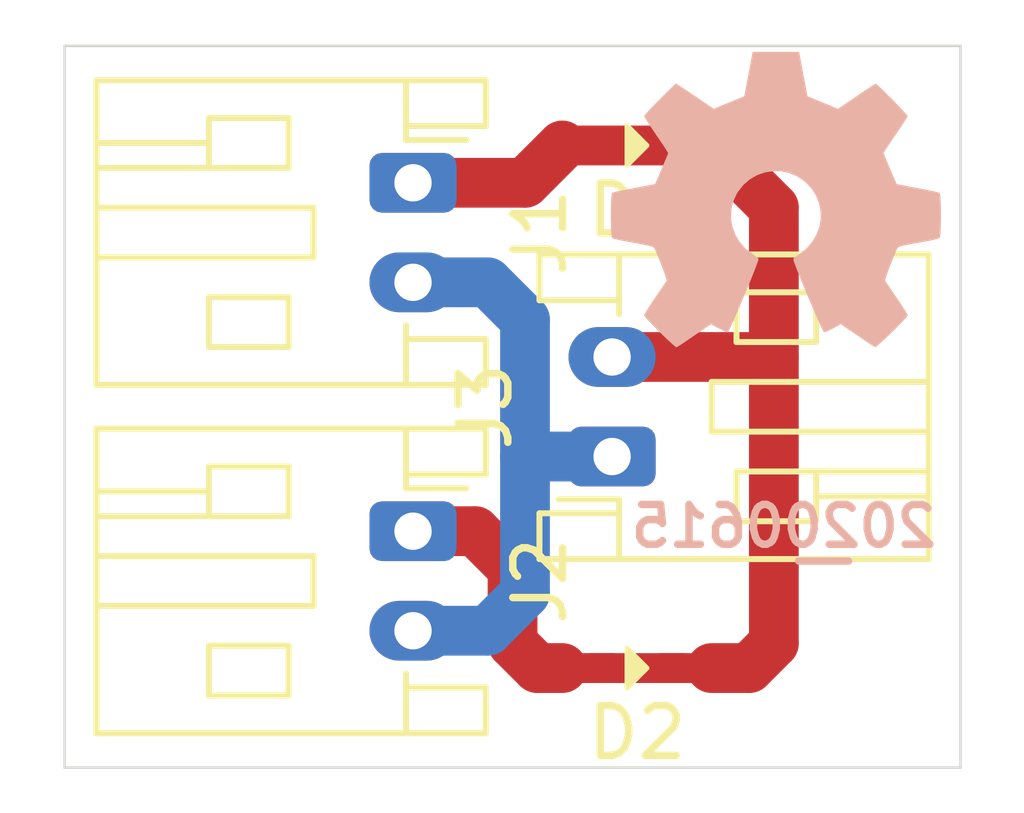
<source format=kicad_pcb>
(kicad_pcb (version 20171130) (host pcbnew 5.1.6-c6e7f7d~86~ubuntu19.10.1)

  (general
    (thickness 1.6)
    (drawings 4)
    (tracks 21)
    (zones 0)
    (modules 7)
    (nets 3)
  )

  (page A4)
  (layers
    (0 F.Cu signal)
    (31 B.Cu signal)
    (32 B.Adhes user)
    (33 F.Adhes user)
    (34 B.Paste user)
    (35 F.Paste user)
    (36 B.SilkS user)
    (37 F.SilkS user)
    (38 B.Mask user)
    (39 F.Mask user)
    (40 Dwgs.User user)
    (41 Cmts.User user)
    (42 Eco1.User user)
    (43 Eco2.User user)
    (44 Edge.Cuts user)
    (45 Margin user)
    (46 B.CrtYd user)
    (47 F.CrtYd user)
    (48 B.Fab user)
    (49 F.Fab user)
  )

  (setup
    (last_trace_width 0.8)
    (user_trace_width 0.2)
    (user_trace_width 0.3)
    (user_trace_width 0.4)
    (user_trace_width 0.6)
    (user_trace_width 0.8)
    (user_trace_width 1)
    (user_trace_width 1.2)
    (user_trace_width 1.4)
    (user_trace_width 1.6)
    (user_trace_width 2)
    (trace_clearance 0.2)
    (zone_clearance 0.508)
    (zone_45_only no)
    (trace_min 0.1524)
    (via_size 0.8)
    (via_drill 0.4)
    (via_min_size 0.381)
    (via_min_drill 0.254)
    (user_via 0.4 0.254)
    (user_via 0.5 0.3)
    (user_via 0.6 0.4)
    (user_via 0.8 0.6)
    (user_via 1.1 0.8)
    (user_via 1.3 1)
    (user_via 1.5 1.2)
    (user_via 1.7 1.4)
    (user_via 1.9 1.6)
    (user_via 2.5 2)
    (uvia_size 0.3)
    (uvia_drill 0.1)
    (uvias_allowed no)
    (uvia_min_size 0.2)
    (uvia_min_drill 0.1)
    (edge_width 0.05)
    (segment_width 0.2)
    (pcb_text_width 0.3)
    (pcb_text_size 1.5 1.5)
    (mod_edge_width 0.12)
    (mod_text_size 0.8 0.8)
    (mod_text_width 0.12)
    (pad_size 1.524 1.524)
    (pad_drill 0.762)
    (pad_to_mask_clearance 0.0762)
    (solder_mask_min_width 0.1016)
    (pad_to_paste_clearance_ratio -0.1)
    (aux_axis_origin 0 0)
    (visible_elements FFFFFF7F)
    (pcbplotparams
      (layerselection 0x010fc_ffffffff)
      (usegerberextensions false)
      (usegerberattributes true)
      (usegerberadvancedattributes true)
      (creategerberjobfile true)
      (excludeedgelayer true)
      (linewidth 0.100000)
      (plotframeref false)
      (viasonmask false)
      (mode 1)
      (useauxorigin false)
      (hpglpennumber 1)
      (hpglpenspeed 20)
      (hpglpendiameter 15.000000)
      (psnegative false)
      (psa4output false)
      (plotreference true)
      (plotvalue true)
      (plotinvisibletext false)
      (padsonsilk false)
      (subtractmaskfromsilk false)
      (outputformat 1)
      (mirror false)
      (drillshape 1)
      (scaleselection 1)
      (outputdirectory ""))
  )

  (net 0 "")
  (net 1 "Net-(D1-Pad1)")
  (net 2 "Net-(J1-Pad2)")

  (net_class Default "This is the default net class."
    (clearance 0.2)
    (trace_width 0.25)
    (via_dia 0.8)
    (via_drill 0.4)
    (uvia_dia 0.3)
    (uvia_drill 0.1)
    (add_net "Net-(D1-Pad1)")
    (add_net "Net-(J1-Pad2)")
  )

  (module Connector_JST:JST_PH_S2B-PH-K_1x02_P2.00mm_Horizontal (layer F.Cu) (tedit 5B7745C6) (tstamp 5EE2FC72)
    (at 139 71.5 90)
    (descr "JST PH series connector, S2B-PH-K (http://www.jst-mfg.com/product/pdf/eng/ePH.pdf), generated with kicad-footprint-generator")
    (tags "connector JST PH top entry")
    (path /5EE2A368)
    (fp_text reference J3 (at 1 -2.55 90) (layer F.SilkS)
      (effects (font (size 1 1) (thickness 0.15)))
    )
    (fp_text value Conn_01x02 (at 1 7.45 90) (layer F.Fab)
      (effects (font (size 1 1) (thickness 0.15)))
    )
    (fp_line (start 0.5 1.375) (end 0 0.875) (layer F.Fab) (width 0.1))
    (fp_line (start -0.5 1.375) (end 0.5 1.375) (layer F.Fab) (width 0.1))
    (fp_line (start 0 0.875) (end -0.5 1.375) (layer F.Fab) (width 0.1))
    (fp_line (start -0.86 0.14) (end -0.86 -1.075) (layer F.SilkS) (width 0.12))
    (fp_line (start 3.25 0.25) (end -1.25 0.25) (layer F.Fab) (width 0.1))
    (fp_line (start 3.25 -1.35) (end 3.25 0.25) (layer F.Fab) (width 0.1))
    (fp_line (start 3.95 -1.35) (end 3.25 -1.35) (layer F.Fab) (width 0.1))
    (fp_line (start 3.95 6.25) (end 3.95 -1.35) (layer F.Fab) (width 0.1))
    (fp_line (start -1.95 6.25) (end 3.95 6.25) (layer F.Fab) (width 0.1))
    (fp_line (start -1.95 -1.35) (end -1.95 6.25) (layer F.Fab) (width 0.1))
    (fp_line (start -1.25 -1.35) (end -1.95 -1.35) (layer F.Fab) (width 0.1))
    (fp_line (start -1.25 0.25) (end -1.25 -1.35) (layer F.Fab) (width 0.1))
    (fp_line (start 4.45 -1.85) (end -2.45 -1.85) (layer F.CrtYd) (width 0.05))
    (fp_line (start 4.45 6.75) (end 4.45 -1.85) (layer F.CrtYd) (width 0.05))
    (fp_line (start -2.45 6.75) (end 4.45 6.75) (layer F.CrtYd) (width 0.05))
    (fp_line (start -2.45 -1.85) (end -2.45 6.75) (layer F.CrtYd) (width 0.05))
    (fp_line (start -0.8 4.1) (end -0.8 6.36) (layer F.SilkS) (width 0.12))
    (fp_line (start -0.3 4.1) (end -0.3 6.36) (layer F.SilkS) (width 0.12))
    (fp_line (start 2.3 2.5) (end 3.3 2.5) (layer F.SilkS) (width 0.12))
    (fp_line (start 2.3 4.1) (end 2.3 2.5) (layer F.SilkS) (width 0.12))
    (fp_line (start 3.3 4.1) (end 2.3 4.1) (layer F.SilkS) (width 0.12))
    (fp_line (start 3.3 2.5) (end 3.3 4.1) (layer F.SilkS) (width 0.12))
    (fp_line (start -0.3 2.5) (end -1.3 2.5) (layer F.SilkS) (width 0.12))
    (fp_line (start -0.3 4.1) (end -0.3 2.5) (layer F.SilkS) (width 0.12))
    (fp_line (start -1.3 4.1) (end -0.3 4.1) (layer F.SilkS) (width 0.12))
    (fp_line (start -1.3 2.5) (end -1.3 4.1) (layer F.SilkS) (width 0.12))
    (fp_line (start 4.06 0.14) (end 3.14 0.14) (layer F.SilkS) (width 0.12))
    (fp_line (start -2.06 0.14) (end -1.14 0.14) (layer F.SilkS) (width 0.12))
    (fp_line (start 1.5 2) (end 1.5 6.36) (layer F.SilkS) (width 0.12))
    (fp_line (start 0.5 2) (end 1.5 2) (layer F.SilkS) (width 0.12))
    (fp_line (start 0.5 6.36) (end 0.5 2) (layer F.SilkS) (width 0.12))
    (fp_line (start 3.14 0.14) (end 2.86 0.14) (layer F.SilkS) (width 0.12))
    (fp_line (start 3.14 -1.46) (end 3.14 0.14) (layer F.SilkS) (width 0.12))
    (fp_line (start 4.06 -1.46) (end 3.14 -1.46) (layer F.SilkS) (width 0.12))
    (fp_line (start 4.06 6.36) (end 4.06 -1.46) (layer F.SilkS) (width 0.12))
    (fp_line (start -2.06 6.36) (end 4.06 6.36) (layer F.SilkS) (width 0.12))
    (fp_line (start -2.06 -1.46) (end -2.06 6.36) (layer F.SilkS) (width 0.12))
    (fp_line (start -1.14 -1.46) (end -2.06 -1.46) (layer F.SilkS) (width 0.12))
    (fp_line (start -1.14 0.14) (end -1.14 -1.46) (layer F.SilkS) (width 0.12))
    (fp_line (start -0.86 0.14) (end -1.14 0.14) (layer F.SilkS) (width 0.12))
    (fp_text user %R (at 1 2.5 90) (layer F.Fab)
      (effects (font (size 1 1) (thickness 0.15)))
    )
    (pad 2 thru_hole oval (at 2 0 90) (size 1.2 1.75) (drill 0.75) (layers *.Cu *.Mask)
      (net 1 "Net-(D1-Pad1)"))
    (pad 1 thru_hole roundrect (at 0 0 90) (size 1.2 1.75) (drill 0.75) (layers *.Cu *.Mask) (roundrect_rratio 0.208333)
      (net 2 "Net-(J1-Pad2)"))
    (model ${KISYS3DMOD}/Connector_JST.3dshapes/JST_PH_S2B-PH-K_1x02_P2.00mm_Horizontal.wrl
      (at (xyz 0 0 0))
      (scale (xyz 1 1 1))
      (rotate (xyz 0 0 0))
    )
  )

  (module Connector_JST:JST_PH_S2B-PH-K_1x02_P2.00mm_Horizontal (layer F.Cu) (tedit 5B7745C6) (tstamp 5EE2F666)
    (at 135 73 270)
    (descr "JST PH series connector, S2B-PH-K (http://www.jst-mfg.com/product/pdf/eng/ePH.pdf), generated with kicad-footprint-generator")
    (tags "connector JST PH top entry")
    (path /5EE29D5D)
    (fp_text reference J2 (at 1 -2.55 90) (layer F.SilkS)
      (effects (font (size 1 1) (thickness 0.15)))
    )
    (fp_text value Conn_01x02 (at 1 7.45 90) (layer F.Fab)
      (effects (font (size 1 1) (thickness 0.15)))
    )
    (fp_line (start 0.5 1.375) (end 0 0.875) (layer F.Fab) (width 0.1))
    (fp_line (start -0.5 1.375) (end 0.5 1.375) (layer F.Fab) (width 0.1))
    (fp_line (start 0 0.875) (end -0.5 1.375) (layer F.Fab) (width 0.1))
    (fp_line (start -0.86 0.14) (end -0.86 -1.075) (layer F.SilkS) (width 0.12))
    (fp_line (start 3.25 0.25) (end -1.25 0.25) (layer F.Fab) (width 0.1))
    (fp_line (start 3.25 -1.35) (end 3.25 0.25) (layer F.Fab) (width 0.1))
    (fp_line (start 3.95 -1.35) (end 3.25 -1.35) (layer F.Fab) (width 0.1))
    (fp_line (start 3.95 6.25) (end 3.95 -1.35) (layer F.Fab) (width 0.1))
    (fp_line (start -1.95 6.25) (end 3.95 6.25) (layer F.Fab) (width 0.1))
    (fp_line (start -1.95 -1.35) (end -1.95 6.25) (layer F.Fab) (width 0.1))
    (fp_line (start -1.25 -1.35) (end -1.95 -1.35) (layer F.Fab) (width 0.1))
    (fp_line (start -1.25 0.25) (end -1.25 -1.35) (layer F.Fab) (width 0.1))
    (fp_line (start 4.45 -1.85) (end -2.45 -1.85) (layer F.CrtYd) (width 0.05))
    (fp_line (start 4.45 6.75) (end 4.45 -1.85) (layer F.CrtYd) (width 0.05))
    (fp_line (start -2.45 6.75) (end 4.45 6.75) (layer F.CrtYd) (width 0.05))
    (fp_line (start -2.45 -1.85) (end -2.45 6.75) (layer F.CrtYd) (width 0.05))
    (fp_line (start -0.8 4.1) (end -0.8 6.36) (layer F.SilkS) (width 0.12))
    (fp_line (start -0.3 4.1) (end -0.3 6.36) (layer F.SilkS) (width 0.12))
    (fp_line (start 2.3 2.5) (end 3.3 2.5) (layer F.SilkS) (width 0.12))
    (fp_line (start 2.3 4.1) (end 2.3 2.5) (layer F.SilkS) (width 0.12))
    (fp_line (start 3.3 4.1) (end 2.3 4.1) (layer F.SilkS) (width 0.12))
    (fp_line (start 3.3 2.5) (end 3.3 4.1) (layer F.SilkS) (width 0.12))
    (fp_line (start -0.3 2.5) (end -1.3 2.5) (layer F.SilkS) (width 0.12))
    (fp_line (start -0.3 4.1) (end -0.3 2.5) (layer F.SilkS) (width 0.12))
    (fp_line (start -1.3 4.1) (end -0.3 4.1) (layer F.SilkS) (width 0.12))
    (fp_line (start -1.3 2.5) (end -1.3 4.1) (layer F.SilkS) (width 0.12))
    (fp_line (start 4.06 0.14) (end 3.14 0.14) (layer F.SilkS) (width 0.12))
    (fp_line (start -2.06 0.14) (end -1.14 0.14) (layer F.SilkS) (width 0.12))
    (fp_line (start 1.5 2) (end 1.5 6.36) (layer F.SilkS) (width 0.12))
    (fp_line (start 0.5 2) (end 1.5 2) (layer F.SilkS) (width 0.12))
    (fp_line (start 0.5 6.36) (end 0.5 2) (layer F.SilkS) (width 0.12))
    (fp_line (start 3.14 0.14) (end 2.86 0.14) (layer F.SilkS) (width 0.12))
    (fp_line (start 3.14 -1.46) (end 3.14 0.14) (layer F.SilkS) (width 0.12))
    (fp_line (start 4.06 -1.46) (end 3.14 -1.46) (layer F.SilkS) (width 0.12))
    (fp_line (start 4.06 6.36) (end 4.06 -1.46) (layer F.SilkS) (width 0.12))
    (fp_line (start -2.06 6.36) (end 4.06 6.36) (layer F.SilkS) (width 0.12))
    (fp_line (start -2.06 -1.46) (end -2.06 6.36) (layer F.SilkS) (width 0.12))
    (fp_line (start -1.14 -1.46) (end -2.06 -1.46) (layer F.SilkS) (width 0.12))
    (fp_line (start -1.14 0.14) (end -1.14 -1.46) (layer F.SilkS) (width 0.12))
    (fp_line (start -0.86 0.14) (end -1.14 0.14) (layer F.SilkS) (width 0.12))
    (fp_text user %R (at 1 2.5 90) (layer F.Fab)
      (effects (font (size 1 1) (thickness 0.15)))
    )
    (pad 2 thru_hole oval (at 2 0 270) (size 1.2 1.75) (drill 0.75) (layers *.Cu *.Mask)
      (net 2 "Net-(J1-Pad2)"))
    (pad 1 thru_hole roundrect (at 0 0 270) (size 1.2 1.75) (drill 0.75) (layers *.Cu *.Mask) (roundrect_rratio 0.208333)
      (net 1 "Net-(D1-Pad1)"))
    (model ${KISYS3DMOD}/Connector_JST.3dshapes/JST_PH_S2B-PH-K_1x02_P2.00mm_Horizontal.wrl
      (at (xyz 0 0 0))
      (scale (xyz 1 1 1))
      (rotate (xyz 0 0 0))
    )
  )

  (module Connector_JST:JST_PH_S2B-PH-K_1x02_P2.00mm_Horizontal (layer F.Cu) (tedit 5B7745C6) (tstamp 5EE2F7CB)
    (at 135 66 270)
    (descr "JST PH series connector, S2B-PH-K (http://www.jst-mfg.com/product/pdf/eng/ePH.pdf), generated with kicad-footprint-generator")
    (tags "connector JST PH top entry")
    (path /5EE2920F)
    (fp_text reference J1 (at 1 -2.55 90) (layer F.SilkS)
      (effects (font (size 1 1) (thickness 0.15)))
    )
    (fp_text value Conn_01x02 (at 1 7.45 90) (layer F.Fab)
      (effects (font (size 1 1) (thickness 0.15)))
    )
    (fp_line (start 0.5 1.375) (end 0 0.875) (layer F.Fab) (width 0.1))
    (fp_line (start -0.5 1.375) (end 0.5 1.375) (layer F.Fab) (width 0.1))
    (fp_line (start 0 0.875) (end -0.5 1.375) (layer F.Fab) (width 0.1))
    (fp_line (start -0.86 0.14) (end -0.86 -1.075) (layer F.SilkS) (width 0.12))
    (fp_line (start 3.25 0.25) (end -1.25 0.25) (layer F.Fab) (width 0.1))
    (fp_line (start 3.25 -1.35) (end 3.25 0.25) (layer F.Fab) (width 0.1))
    (fp_line (start 3.95 -1.35) (end 3.25 -1.35) (layer F.Fab) (width 0.1))
    (fp_line (start 3.95 6.25) (end 3.95 -1.35) (layer F.Fab) (width 0.1))
    (fp_line (start -1.95 6.25) (end 3.95 6.25) (layer F.Fab) (width 0.1))
    (fp_line (start -1.95 -1.35) (end -1.95 6.25) (layer F.Fab) (width 0.1))
    (fp_line (start -1.25 -1.35) (end -1.95 -1.35) (layer F.Fab) (width 0.1))
    (fp_line (start -1.25 0.25) (end -1.25 -1.35) (layer F.Fab) (width 0.1))
    (fp_line (start 4.45 -1.85) (end -2.45 -1.85) (layer F.CrtYd) (width 0.05))
    (fp_line (start 4.45 6.75) (end 4.45 -1.85) (layer F.CrtYd) (width 0.05))
    (fp_line (start -2.45 6.75) (end 4.45 6.75) (layer F.CrtYd) (width 0.05))
    (fp_line (start -2.45 -1.85) (end -2.45 6.75) (layer F.CrtYd) (width 0.05))
    (fp_line (start -0.8 4.1) (end -0.8 6.36) (layer F.SilkS) (width 0.12))
    (fp_line (start -0.3 4.1) (end -0.3 6.36) (layer F.SilkS) (width 0.12))
    (fp_line (start 2.3 2.5) (end 3.3 2.5) (layer F.SilkS) (width 0.12))
    (fp_line (start 2.3 4.1) (end 2.3 2.5) (layer F.SilkS) (width 0.12))
    (fp_line (start 3.3 4.1) (end 2.3 4.1) (layer F.SilkS) (width 0.12))
    (fp_line (start 3.3 2.5) (end 3.3 4.1) (layer F.SilkS) (width 0.12))
    (fp_line (start -0.3 2.5) (end -1.3 2.5) (layer F.SilkS) (width 0.12))
    (fp_line (start -0.3 4.1) (end -0.3 2.5) (layer F.SilkS) (width 0.12))
    (fp_line (start -1.3 4.1) (end -0.3 4.1) (layer F.SilkS) (width 0.12))
    (fp_line (start -1.3 2.5) (end -1.3 4.1) (layer F.SilkS) (width 0.12))
    (fp_line (start 4.06 0.14) (end 3.14 0.14) (layer F.SilkS) (width 0.12))
    (fp_line (start -2.06 0.14) (end -1.14 0.14) (layer F.SilkS) (width 0.12))
    (fp_line (start 1.5 2) (end 1.5 6.36) (layer F.SilkS) (width 0.12))
    (fp_line (start 0.5 2) (end 1.5 2) (layer F.SilkS) (width 0.12))
    (fp_line (start 0.5 6.36) (end 0.5 2) (layer F.SilkS) (width 0.12))
    (fp_line (start 3.14 0.14) (end 2.86 0.14) (layer F.SilkS) (width 0.12))
    (fp_line (start 3.14 -1.46) (end 3.14 0.14) (layer F.SilkS) (width 0.12))
    (fp_line (start 4.06 -1.46) (end 3.14 -1.46) (layer F.SilkS) (width 0.12))
    (fp_line (start 4.06 6.36) (end 4.06 -1.46) (layer F.SilkS) (width 0.12))
    (fp_line (start -2.06 6.36) (end 4.06 6.36) (layer F.SilkS) (width 0.12))
    (fp_line (start -2.06 -1.46) (end -2.06 6.36) (layer F.SilkS) (width 0.12))
    (fp_line (start -1.14 -1.46) (end -2.06 -1.46) (layer F.SilkS) (width 0.12))
    (fp_line (start -1.14 0.14) (end -1.14 -1.46) (layer F.SilkS) (width 0.12))
    (fp_line (start -0.86 0.14) (end -1.14 0.14) (layer F.SilkS) (width 0.12))
    (fp_text user %R (at 1 2.5 90) (layer F.Fab)
      (effects (font (size 1 1) (thickness 0.15)))
    )
    (pad 2 thru_hole oval (at 2 0 270) (size 1.2 1.75) (drill 0.75) (layers *.Cu *.Mask)
      (net 2 "Net-(J1-Pad2)"))
    (pad 1 thru_hole roundrect (at 0 0 270) (size 1.2 1.75) (drill 0.75) (layers *.Cu *.Mask) (roundrect_rratio 0.208333)
      (net 1 "Net-(D1-Pad1)"))
    (model ${KISYS3DMOD}/Connector_JST.3dshapes/JST_PH_S2B-PH-K_1x02_P2.00mm_Horizontal.wrl
      (at (xyz 0 0 0))
      (scale (xyz 1 1 1))
      (rotate (xyz 0 0 0))
    )
  )

  (module SquantorDiodes:SOD-523 (layer F.Cu) (tedit 5EE291A2) (tstamp 5EE2F608)
    (at 139.5 75.75 180)
    (path /5EE2BA95)
    (fp_text reference D2 (at 0 -1.3) (layer F.SilkS)
      (effects (font (size 1 1) (thickness 0.15)))
    )
    (fp_text value D (at 0 1.4) (layer F.Fab)
      (effects (font (size 1 1) (thickness 0.15)))
    )
    (fp_poly (pts (xy 0.2 0.4) (xy -0.2 0) (xy 0.2 -0.4)) (layer F.SilkS) (width 0.1))
    (fp_line (start -1.1 0.6) (end -1.1 -0.6) (layer F.CrtYd) (width 0.05))
    (fp_line (start 1.1 0.6) (end -1.1 0.6) (layer F.CrtYd) (width 0.05))
    (fp_line (start 1.1 -0.6) (end 1.1 0.6) (layer F.CrtYd) (width 0.05))
    (fp_line (start -1.1 -0.6) (end 1.1 -0.6) (layer F.CrtYd) (width 0.05))
    (pad 2 smd rect (at 0.7 0 180) (size 0.5 0.6) (layers F.Cu F.Paste F.Mask)
      (net 1 "Net-(D1-Pad1)"))
    (pad 1 smd rect (at -0.7 0 180) (size 0.5 0.6) (layers F.Cu F.Paste F.Mask)
      (net 1 "Net-(D1-Pad1)"))
    (model ${KISYS3DMOD}/Diode_SMD.3dshapes/D_SOD-523.step
      (at (xyz 0 0 0))
      (scale (xyz 1 1 1))
      (rotate (xyz 0 0 0))
    )
  )

  (module SquantorDiodes:SOD-523 (layer F.Cu) (tedit 5EE291A2) (tstamp 5EE2F5FD)
    (at 139.5 65.25 180)
    (path /5EE2DB93)
    (fp_text reference D1 (at 0 -1.3) (layer F.SilkS)
      (effects (font (size 1 1) (thickness 0.15)))
    )
    (fp_text value D (at 0 1.4) (layer F.Fab)
      (effects (font (size 1 1) (thickness 0.15)))
    )
    (fp_poly (pts (xy 0.2 0.4) (xy -0.2 0) (xy 0.2 -0.4)) (layer F.SilkS) (width 0.1))
    (fp_line (start -1.1 0.6) (end -1.1 -0.6) (layer F.CrtYd) (width 0.05))
    (fp_line (start 1.1 0.6) (end -1.1 0.6) (layer F.CrtYd) (width 0.05))
    (fp_line (start 1.1 -0.6) (end 1.1 0.6) (layer F.CrtYd) (width 0.05))
    (fp_line (start -1.1 -0.6) (end 1.1 -0.6) (layer F.CrtYd) (width 0.05))
    (pad 2 smd rect (at 0.7 0 180) (size 0.5 0.6) (layers F.Cu F.Paste F.Mask)
      (net 1 "Net-(D1-Pad1)"))
    (pad 1 smd rect (at -0.7 0 180) (size 0.5 0.6) (layers F.Cu F.Paste F.Mask)
      (net 1 "Net-(D1-Pad1)"))
    (model ${KISYS3DMOD}/Diode_SMD.3dshapes/D_SOD-523.step
      (at (xyz 0 0 0))
      (scale (xyz 1 1 1))
      (rotate (xyz 0 0 0))
    )
  )

  (module Symbol:OSHW-Symbol_6.7x6mm_SilkScreen (layer B.Cu) (tedit 0) (tstamp 5EE12086)
    (at 142.3 66.35 180)
    (descr "Open Source Hardware Symbol")
    (tags "Logo Symbol OSHW")
    (path /5EE13678)
    (attr virtual)
    (fp_text reference N2 (at 0 0) (layer B.SilkS) hide
      (effects (font (size 1 1) (thickness 0.15)) (justify mirror))
    )
    (fp_text value OHWLOGO (at 0.75 0) (layer B.Fab) hide
      (effects (font (size 1 1) (thickness 0.15)) (justify mirror))
    )
    (fp_poly (pts (xy 0.555814 2.531069) (xy 0.639635 2.086445) (xy 0.94892 1.958947) (xy 1.258206 1.831449)
      (xy 1.629246 2.083754) (xy 1.733157 2.154004) (xy 1.827087 2.216728) (xy 1.906652 2.269062)
      (xy 1.96747 2.308143) (xy 2.005157 2.331107) (xy 2.015421 2.336058) (xy 2.03391 2.323324)
      (xy 2.07342 2.288118) (xy 2.129522 2.234938) (xy 2.197787 2.168282) (xy 2.273786 2.092646)
      (xy 2.353092 2.012528) (xy 2.431275 1.932426) (xy 2.503907 1.856836) (xy 2.566559 1.790255)
      (xy 2.614803 1.737182) (xy 2.64421 1.702113) (xy 2.651241 1.690377) (xy 2.641123 1.66874)
      (xy 2.612759 1.621338) (xy 2.569129 1.552807) (xy 2.513218 1.467785) (xy 2.448006 1.370907)
      (xy 2.410219 1.31565) (xy 2.341343 1.214752) (xy 2.28014 1.123701) (xy 2.229578 1.04703)
      (xy 2.192628 0.989272) (xy 2.172258 0.954957) (xy 2.169197 0.947746) (xy 2.176136 0.927252)
      (xy 2.195051 0.879487) (xy 2.223087 0.811168) (xy 2.257391 0.729011) (xy 2.295109 0.63973)
      (xy 2.333387 0.550042) (xy 2.36937 0.466662) (xy 2.400206 0.396306) (xy 2.423039 0.34569)
      (xy 2.435017 0.321529) (xy 2.435724 0.320578) (xy 2.454531 0.315964) (xy 2.504618 0.305672)
      (xy 2.580793 0.290713) (xy 2.677865 0.272099) (xy 2.790643 0.250841) (xy 2.856442 0.238582)
      (xy 2.97695 0.215638) (xy 3.085797 0.193805) (xy 3.177476 0.174278) (xy 3.246481 0.158252)
      (xy 3.287304 0.146921) (xy 3.295511 0.143326) (xy 3.303548 0.118994) (xy 3.310033 0.064041)
      (xy 3.31497 -0.015108) (xy 3.318364 -0.112026) (xy 3.320218 -0.220287) (xy 3.320538 -0.333465)
      (xy 3.319327 -0.445135) (xy 3.31659 -0.548868) (xy 3.312331 -0.638241) (xy 3.306555 -0.706826)
      (xy 3.299267 -0.748197) (xy 3.294895 -0.75681) (xy 3.268764 -0.767133) (xy 3.213393 -0.781892)
      (xy 3.136107 -0.799352) (xy 3.04423 -0.81778) (xy 3.012158 -0.823741) (xy 2.857524 -0.852066)
      (xy 2.735375 -0.874876) (xy 2.641673 -0.89308) (xy 2.572384 -0.907583) (xy 2.523471 -0.919292)
      (xy 2.490897 -0.929115) (xy 2.470628 -0.937956) (xy 2.458626 -0.946724) (xy 2.456947 -0.948457)
      (xy 2.440184 -0.976371) (xy 2.414614 -1.030695) (xy 2.382788 -1.104777) (xy 2.34726 -1.191965)
      (xy 2.310583 -1.285608) (xy 2.275311 -1.379052) (xy 2.243996 -1.465647) (xy 2.219193 -1.53874)
      (xy 2.203454 -1.591678) (xy 2.199332 -1.617811) (xy 2.199676 -1.618726) (xy 2.213641 -1.640086)
      (xy 2.245322 -1.687084) (xy 2.291391 -1.754827) (xy 2.348518 -1.838423) (xy 2.413373 -1.932982)
      (xy 2.431843 -1.959854) (xy 2.497699 -2.057275) (xy 2.55565 -2.146163) (xy 2.602538 -2.221412)
      (xy 2.635207 -2.27792) (xy 2.6505 -2.310581) (xy 2.651241 -2.314593) (xy 2.638392 -2.335684)
      (xy 2.602888 -2.377464) (xy 2.549293 -2.435445) (xy 2.482171 -2.505135) (xy 2.406087 -2.582045)
      (xy 2.325604 -2.661683) (xy 2.245287 -2.739561) (xy 2.169699 -2.811186) (xy 2.103405 -2.87207)
      (xy 2.050969 -2.917721) (xy 2.016955 -2.94365) (xy 2.007545 -2.947883) (xy 1.985643 -2.937912)
      (xy 1.9408 -2.91102) (xy 1.880321 -2.871736) (xy 1.833789 -2.840117) (xy 1.749475 -2.782098)
      (xy 1.649626 -2.713784) (xy 1.549473 -2.645579) (xy 1.495627 -2.609075) (xy 1.313371 -2.4858)
      (xy 1.160381 -2.56852) (xy 1.090682 -2.604759) (xy 1.031414 -2.632926) (xy 0.991311 -2.648991)
      (xy 0.981103 -2.651226) (xy 0.968829 -2.634722) (xy 0.944613 -2.588082) (xy 0.910263 -2.515609)
      (xy 0.867588 -2.421606) (xy 0.818394 -2.310374) (xy 0.76449 -2.186215) (xy 0.707684 -2.053432)
      (xy 0.649782 -1.916327) (xy 0.592593 -1.779202) (xy 0.537924 -1.646358) (xy 0.487584 -1.522098)
      (xy 0.44338 -1.410725) (xy 0.407119 -1.316539) (xy 0.380609 -1.243844) (xy 0.365658 -1.196941)
      (xy 0.363254 -1.180833) (xy 0.382311 -1.160286) (xy 0.424036 -1.126933) (xy 0.479706 -1.087702)
      (xy 0.484378 -1.084599) (xy 0.628264 -0.969423) (xy 0.744283 -0.835053) (xy 0.83143 -0.685784)
      (xy 0.888699 -0.525913) (xy 0.915086 -0.359737) (xy 0.909585 -0.191552) (xy 0.87119 -0.025655)
      (xy 0.798895 0.133658) (xy 0.777626 0.168513) (xy 0.666996 0.309263) (xy 0.536302 0.422286)
      (xy 0.390064 0.506997) (xy 0.232808 0.562806) (xy 0.069057 0.589126) (xy -0.096667 0.58537)
      (xy -0.259838 0.55095) (xy -0.415935 0.485277) (xy -0.560433 0.387765) (xy -0.605131 0.348187)
      (xy -0.718888 0.224297) (xy -0.801782 0.093876) (xy -0.858644 -0.052315) (xy -0.890313 -0.197088)
      (xy -0.898131 -0.35986) (xy -0.872062 -0.52344) (xy -0.814755 -0.682298) (xy -0.728856 -0.830906)
      (xy -0.617014 -0.963735) (xy -0.481877 -1.075256) (xy -0.464117 -1.087011) (xy -0.40785 -1.125508)
      (xy -0.365077 -1.158863) (xy -0.344628 -1.18016) (xy -0.344331 -1.180833) (xy -0.348721 -1.203871)
      (xy -0.366124 -1.256157) (xy -0.394732 -1.33339) (xy -0.432735 -1.431268) (xy -0.478326 -1.545491)
      (xy -0.529697 -1.671758) (xy -0.585038 -1.805767) (xy -0.642542 -1.943218) (xy -0.700399 -2.079808)
      (xy -0.756802 -2.211237) (xy -0.809942 -2.333205) (xy -0.85801 -2.441409) (xy -0.899199 -2.531549)
      (xy -0.931699 -2.599323) (xy -0.953703 -2.64043) (xy -0.962564 -2.651226) (xy -0.98964 -2.642819)
      (xy -1.040303 -2.620272) (xy -1.105817 -2.587613) (xy -1.141841 -2.56852) (xy -1.294832 -2.4858)
      (xy -1.477088 -2.609075) (xy -1.570125 -2.672228) (xy -1.671985 -2.741727) (xy -1.767438 -2.807165)
      (xy -1.81525 -2.840117) (xy -1.882495 -2.885273) (xy -1.939436 -2.921057) (xy -1.978646 -2.942938)
      (xy -1.991381 -2.947563) (xy -2.009917 -2.935085) (xy -2.050941 -2.900252) (xy -2.110475 -2.846678)
      (xy -2.184542 -2.777983) (xy -2.269165 -2.697781) (xy -2.322685 -2.646286) (xy -2.416319 -2.554286)
      (xy -2.497241 -2.471999) (xy -2.562177 -2.402945) (xy -2.607858 -2.350644) (xy -2.631011 -2.318616)
      (xy -2.633232 -2.312116) (xy -2.622924 -2.287394) (xy -2.594439 -2.237405) (xy -2.550937 -2.167212)
      (xy -2.495577 -2.081875) (xy -2.43152 -1.986456) (xy -2.413303 -1.959854) (xy -2.346927 -1.863167)
      (xy -2.287378 -1.776117) (xy -2.237984 -1.703595) (xy -2.202075 -1.650493) (xy -2.182981 -1.621703)
      (xy -2.181136 -1.618726) (xy -2.183895 -1.595782) (xy -2.198538 -1.545336) (xy -2.222513 -1.474041)
      (xy -2.253266 -1.388547) (xy -2.288244 -1.295507) (xy -2.324893 -1.201574) (xy -2.360661 -1.113399)
      (xy -2.392994 -1.037634) (xy -2.419338 -0.980931) (xy -2.437142 -0.949943) (xy -2.438407 -0.948457)
      (xy -2.449294 -0.939601) (xy -2.467682 -0.930843) (xy -2.497606 -0.921277) (xy -2.543103 -0.909996)
      (xy -2.608209 -0.896093) (xy -2.696961 -0.878663) (xy -2.813393 -0.856798) (xy -2.961542 -0.829591)
      (xy -2.993618 -0.823741) (xy -3.088686 -0.805374) (xy -3.171565 -0.787405) (xy -3.23493 -0.771569)
      (xy -3.271458 -0.7596) (xy -3.276356 -0.75681) (xy -3.284427 -0.732072) (xy -3.290987 -0.67679)
      (xy -3.296033 -0.597389) (xy -3.299559 -0.500296) (xy -3.301561 -0.391938) (xy -3.302036 -0.27874)
      (xy -3.300977 -0.167128) (xy -3.298382 -0.063529) (xy -3.294246 0.025632) (xy -3.288563 0.093928)
      (xy -3.281331 0.134934) (xy -3.276971 0.143326) (xy -3.252698 0.151792) (xy -3.197426 0.165565)
      (xy -3.116662 0.18345) (xy -3.015912 0.204252) (xy -2.900683 0.226777) (xy -2.837902 0.238582)
      (xy -2.718787 0.260849) (xy -2.612565 0.281021) (xy -2.524427 0.298085) (xy -2.459566 0.311031)
      (xy -2.423174 0.318845) (xy -2.417184 0.320578) (xy -2.407061 0.34011) (xy -2.385662 0.387157)
      (xy -2.355839 0.454997) (xy -2.320445 0.536909) (xy -2.282332 0.626172) (xy -2.244353 0.716065)
      (xy -2.20936 0.799865) (xy -2.180206 0.870853) (xy -2.159743 0.922306) (xy -2.150823 0.947503)
      (xy -2.150657 0.948604) (xy -2.160769 0.968481) (xy -2.189117 1.014223) (xy -2.232723 1.081283)
      (xy -2.288606 1.165116) (xy -2.353787 1.261174) (xy -2.391679 1.31635) (xy -2.460725 1.417519)
      (xy -2.52205 1.50937) (xy -2.572663 1.587256) (xy -2.609571 1.646531) (xy -2.629782 1.682549)
      (xy -2.632701 1.690623) (xy -2.620153 1.709416) (xy -2.585463 1.749543) (xy -2.533063 1.806507)
      (xy -2.467384 1.875815) (xy -2.392856 1.952969) (xy -2.313913 2.033475) (xy -2.234983 2.112837)
      (xy -2.1605 2.18656) (xy -2.094894 2.250148) (xy -2.042596 2.299106) (xy -2.008039 2.328939)
      (xy -1.996478 2.336058) (xy -1.977654 2.326047) (xy -1.932631 2.297922) (xy -1.865787 2.254546)
      (xy -1.781499 2.198782) (xy -1.684144 2.133494) (xy -1.610707 2.083754) (xy -1.239667 1.831449)
      (xy -0.621095 2.086445) (xy -0.537275 2.531069) (xy -0.453454 2.975693) (xy 0.471994 2.975693)
      (xy 0.555814 2.531069)) (layer B.SilkS) (width 0.01))
  )

  (module SquantorLabels:Label_Generic (layer B.Cu) (tedit 5D8A7D4C) (tstamp 5EE12051)
    (at 143.25 73 180)
    (descr "Label for general purpose use")
    (tags Label)
    (path /5EE12BF3)
    (attr smd)
    (fp_text reference N1 (at 0 -1.85) (layer B.Fab) hide
      (effects (font (size 1 1) (thickness 0.15)) (justify mirror))
    )
    (fp_text value 20200615 (at 0.8 0.1) (layer B.SilkS)
      (effects (font (size 0.8 0.8) (thickness 0.15)) (justify mirror))
    )
    (fp_line (start -0.5 -0.6) (end 0.5 -0.6) (layer B.SilkS) (width 0.15))
  )

  (gr_line (start 128 77.75) (end 128 63.25) (layer Edge.Cuts) (width 0.05))
  (gr_line (start 146 77.75) (end 128 77.75) (layer Edge.Cuts) (width 0.05))
  (gr_line (start 146 63.25) (end 146 77.75) (layer Edge.Cuts) (width 0.05))
  (gr_line (start 128 63.25) (end 146 63.25) (layer Edge.Cuts) (width 0.05))

  (segment (start 135 66) (end 137.25 66) (width 1) (layer F.Cu) (net 1))
  (segment (start 137.25 66) (end 138 65.25) (width 1) (layer F.Cu) (net 1))
  (segment (start 135 73) (end 136.25 73) (width 1) (layer F.Cu) (net 1))
  (segment (start 138 75.75) (end 137.5 75.75) (width 1) (layer F.Cu) (net 1))
  (segment (start 137 75.25) (end 137.5 75.75) (width 1) (layer F.Cu) (net 1))
  (segment (start 137 73.75) (end 137 75.25) (width 1) (layer F.Cu) (net 1))
  (segment (start 136.25 73) (end 137 73.75) (width 1) (layer F.Cu) (net 1))
  (segment (start 139 69.5) (end 142.25 69.5) (width 1) (layer F.Cu) (net 1))
  (segment (start 142.25 75.25) (end 141.75 75.75) (width 1) (layer F.Cu) (net 1))
  (segment (start 141 65.25) (end 142.25 66.5) (width 1) (layer F.Cu) (net 1))
  (segment (start 142.25 66.5) (end 142.25 75.25) (width 1) (layer F.Cu) (net 1))
  (segment (start 141.75 75.75) (end 141 75.75) (width 1) (layer F.Cu) (net 1))
  (segment (start 141 75.75) (end 138 75.75) (width 0.6) (layer F.Cu) (net 1))
  (segment (start 141 65.25) (end 138 65.25) (width 0.8) (layer F.Cu) (net 1))
  (segment (start 137.25 71.5) (end 139 71.5) (width 1) (layer B.Cu) (net 2))
  (segment (start 137.25 71.5) (end 137.25 68.75) (width 1) (layer B.Cu) (net 2))
  (segment (start 136.5 68) (end 135 68) (width 1) (layer B.Cu) (net 2))
  (segment (start 137.25 68.75) (end 136.5 68) (width 1) (layer B.Cu) (net 2))
  (segment (start 135 75) (end 136.5 75) (width 1) (layer B.Cu) (net 2))
  (segment (start 137.25 74.25) (end 137.25 71.5) (width 1) (layer B.Cu) (net 2))
  (segment (start 136.5 75) (end 137.25 74.25) (width 1) (layer B.Cu) (net 2))

)

</source>
